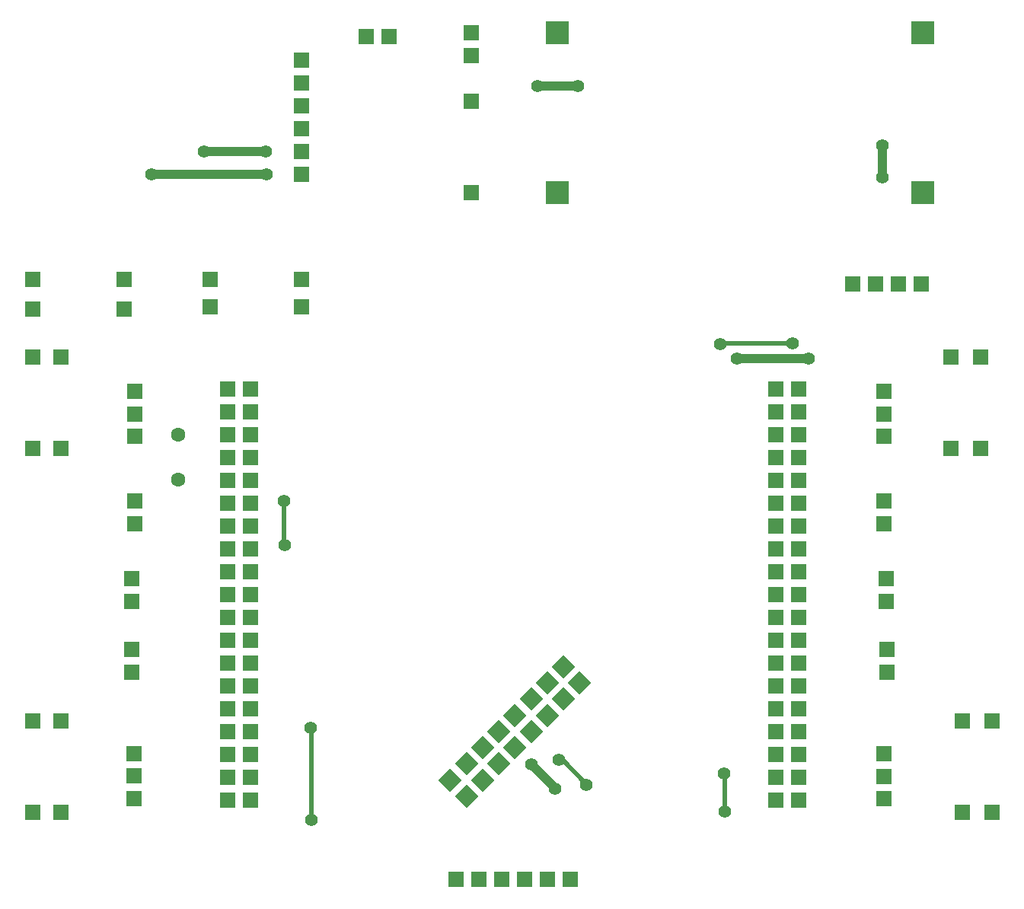
<source format=gbr>
%TF.GenerationSoftware,KiCad,Pcbnew,6.0.2+dfsg-1*%
%TF.CreationDate,2023-11-29T12:07:55-03:00*%
%TF.ProjectId,ProyectoFinal,50726f79-6563-4746-9f46-696e616c2e6b,rev?*%
%TF.SameCoordinates,Original*%
%TF.FileFunction,Copper,L2,Bot*%
%TF.FilePolarity,Positive*%
%FSLAX46Y46*%
G04 Gerber Fmt 4.6, Leading zero omitted, Abs format (unit mm)*
G04 Created by KiCad (PCBNEW 6.0.2+dfsg-1) date 2023-11-29 12:07:55*
%MOMM*%
%LPD*%
G01*
G04 APERTURE LIST*
G04 Aperture macros list*
%AMRotRect*
0 Rectangle, with rotation*
0 The origin of the aperture is its center*
0 $1 length*
0 $2 width*
0 $3 Rotation angle, in degrees counterclockwise*
0 Add horizontal line*
21,1,$1,$2,0,0,$3*%
G04 Aperture macros list end*
%TA.AperFunction,ComponentPad*%
%ADD10R,1.800000X1.800000*%
%TD*%
%TA.AperFunction,ComponentPad*%
%ADD11R,1.700000X1.700000*%
%TD*%
%TA.AperFunction,ComponentPad*%
%ADD12RotRect,1.800000X1.800000X315.000000*%
%TD*%
%TA.AperFunction,ComponentPad*%
%ADD13R,2.540000X2.540000*%
%TD*%
%TA.AperFunction,ComponentPad*%
%ADD14C,1.600000*%
%TD*%
%TA.AperFunction,ViaPad*%
%ADD15C,1.400000*%
%TD*%
%TA.AperFunction,Conductor*%
%ADD16C,1.000000*%
%TD*%
%TA.AperFunction,Conductor*%
%ADD17C,0.500000*%
%TD*%
G04 APERTURE END LIST*
D10*
%TO.P,J12,1,Pin_1*%
%TO.N,Net-(J12-Pad1)*%
X218422526Y-119560000D03*
%TO.P,J12,2,Pin_2*%
%TO.N,GND*%
X220922526Y-119560000D03*
%TD*%
%TO.P,D1,1,K*%
%TO.N,GND*%
X230104526Y-119120000D03*
%TO.P,D1,2,A*%
%TO.N,Net-(D1-Pad2)*%
X230104526Y-121660000D03*
%TD*%
%TO.P,R9,2*%
%TO.N,Net-(D1-Pad2)*%
X230104526Y-126740000D03*
%TO.P,R9,1*%
%TO.N,+12V*%
X230104526Y-136900000D03*
%TD*%
%TO.P,R6,1*%
%TO.N,+5V*%
X284678716Y-205807000D03*
%TO.P,R6,2*%
%TO.N,MOTOR4_ENCODER*%
X284678716Y-195647000D03*
%TD*%
%TO.P,R8,1*%
%TO.N,+5V*%
X287980716Y-205807000D03*
%TO.P,R8,2*%
%TO.N,Net-(J6-Pad3)*%
X287980716Y-195647000D03*
%TD*%
D11*
%TO.P,J10,1,Pin_1*%
%TO.N,MOTOR4_PWMN*%
X276296716Y-187706000D03*
%TO.P,J10,2,Pin_2*%
%TO.N,MOTOR4_PWM*%
X276296716Y-190246000D03*
%TD*%
%TO.P,J7,1,Pin_1*%
%TO.N,MOTOR1_PWMN*%
X276250716Y-179827000D03*
%TO.P,J7,2,Pin_2*%
%TO.N,MOTOR1_PWM*%
X276250716Y-182367000D03*
%TD*%
D10*
%TO.P,J1,1,Pin_1*%
%TO.N,GND*%
X275996716Y-171216000D03*
%TO.P,J1,2,Pin_2*%
%TO.N,+12V*%
X275996716Y-173716000D03*
%TD*%
%TO.P,R1,1*%
%TO.N,+5V*%
X286710716Y-155194000D03*
%TO.P,R1,2*%
%TO.N,MOTOR1_ENCODER*%
X286710716Y-165354000D03*
%TD*%
D11*
%TO.P,J16,1,Pin_1*%
%TO.N,+3V3*%
X280096716Y-147041000D03*
%TO.P,J16,2,Pin_2*%
%TO.N,SWCLK*%
X277556716Y-147041000D03*
%TO.P,J16,3,Pin_3*%
%TO.N,GND*%
X275016716Y-147041000D03*
%TO.P,J16,4,Pin_4*%
%TO.N,SWDIO*%
X272476716Y-147041000D03*
%TD*%
D10*
%TO.P,R11,1*%
%TO.N,Vbat*%
X201025516Y-149606000D03*
%TO.P,R11,2*%
%TO.N,GND*%
X211185516Y-149606000D03*
%TD*%
%TO.P,R10,1*%
%TO.N,Net-(R10-Pad1)*%
X211185516Y-146558000D03*
%TO.P,R10,2*%
%TO.N,Vbat*%
X201025516Y-146558000D03*
%TD*%
%TO.P,R13,1*%
%TO.N,+5V*%
X181300716Y-146558000D03*
%TO.P,R13,2*%
%TO.N,I2C_SDA*%
X191460716Y-146558000D03*
%TD*%
%TO.P,R12,1*%
%TO.N,+5V*%
X181300716Y-149860000D03*
%TO.P,R12,2*%
%TO.N,I2C_SCL*%
X191460716Y-149860000D03*
%TD*%
%TO.P,R7,1*%
%TO.N,+5V*%
X181300716Y-155194000D03*
%TO.P,R7,2*%
%TO.N,Net-(J5-Pad3)*%
X181300716Y-165354000D03*
%TD*%
%TO.P,R5,1*%
%TO.N,+5V*%
X184450316Y-155194000D03*
%TO.P,R5,2*%
%TO.N,MOTOR2_ENCODER*%
X184450316Y-165354000D03*
%TD*%
%TO.P,J5,1,Pin_1*%
%TO.N,MOTOR2_ENCODER*%
X192649716Y-164024000D03*
%TO.P,J5,2,Pin_2*%
%TO.N,GND*%
X192649716Y-161524000D03*
%TO.P,J5,3,Pin_3*%
%TO.N,Net-(J5-Pad3)*%
X192649716Y-159024000D03*
%TD*%
%TO.P,J4,1,Pin_1*%
%TO.N,+12V*%
X192649716Y-173716000D03*
%TO.P,J4,2,Pin_2*%
%TO.N,GND*%
X192649716Y-171216000D03*
%TD*%
D11*
%TO.P,J8,1,Pin_1*%
%TO.N,MOTOR2_PWMN*%
X192349716Y-182377000D03*
%TO.P,J8,2,Pin_2*%
%TO.N,MOTOR2_PWM*%
X192349716Y-179837000D03*
%TD*%
%TO.P,J9,2,Pin_2*%
%TO.N,MOTOR3_PWM*%
X192322526Y-187716000D03*
%TO.P,J9,1,Pin_1*%
%TO.N,MOTOR3_PWMN*%
X192322526Y-190256000D03*
%TD*%
D10*
%TO.P,R2,1*%
%TO.N,+5V*%
X181300716Y-205807000D03*
%TO.P,R2,2*%
%TO.N,MOTOR3_ENCODER*%
X181300716Y-195647000D03*
%TD*%
%TO.P,R4,1*%
%TO.N,+5V*%
X184450316Y-205807000D03*
%TO.P,R4,2*%
%TO.N,Net-(J3-Pad3)*%
X184450316Y-195647000D03*
%TD*%
%TO.P,J3,3,Pin_3*%
%TO.N,Net-(J3-Pad3)*%
X192622526Y-199300000D03*
%TO.P,J3,2,Pin_2*%
%TO.N,GND*%
X192622526Y-201800000D03*
%TO.P,J3,1,Pin_1*%
%TO.N,MOTOR3_ENCODER*%
X192622526Y-204300000D03*
%TD*%
%TO.P,J15,1,Pin_1*%
%TO.N,GND*%
X241115621Y-213278000D03*
%TO.P,J15,2,Pin_2*%
%TO.N,unconnected-(J15-Pad2)*%
X238575621Y-213278000D03*
%TO.P,J15,3,Pin_3*%
%TO.N,unconnected-(J15-Pad3)*%
X236035621Y-213278000D03*
%TO.P,J15,4,Pin_4*%
%TO.N,UART_TX*%
X233495621Y-213278000D03*
%TO.P,J15,5,Pin_5*%
%TO.N,UART_RX*%
X230955621Y-213278000D03*
%TO.P,J15,6,Pin_6*%
%TO.N,unconnected-(J15-Pad6)*%
X228415621Y-213278000D03*
%TD*%
%TO.P,J6,1,Pin_1*%
%TO.N,MOTOR4_ENCODER*%
X275950716Y-199343000D03*
%TO.P,J6,2,Pin_2*%
%TO.N,GND*%
X275950716Y-201843000D03*
%TO.P,J6,3,Pin_3*%
%TO.N,Net-(J6-Pad3)*%
X275950716Y-204343000D03*
%TD*%
D12*
%TO.P,J14,1,Pin_1*%
%TO.N,unconnected-(J14-Pad1)*%
X240339438Y-189665795D03*
%TO.P,J14,2,Pin_2*%
%TO.N,unconnected-(J14-Pad2)*%
X242135489Y-191461847D03*
%TO.P,J14,3,Pin_3*%
%TO.N,SPI_SCLK*%
X238543386Y-191461847D03*
%TO.P,J14,4,Pin_4*%
%TO.N,SPI_MISO*%
X240339438Y-193257898D03*
%TO.P,J14,5,Pin_5*%
%TO.N,SPI_MOSI*%
X236747335Y-193257898D03*
%TO.P,J14,6,Pin_6*%
%TO.N,GND*%
X238543386Y-195053949D03*
%TO.P,J14,7,Pin_7*%
%TO.N,unconnected-(J14-Pad7)*%
X234951284Y-195053949D03*
%TO.P,J14,8,Pin_8*%
%TO.N,unconnected-(J14-Pad8)*%
X236747335Y-196850000D03*
%TO.P,J14,9,Pin_9*%
%TO.N,unconnected-(J14-Pad9)*%
X233155233Y-196850000D03*
%TO.P,J14,10,Pin_10*%
%TO.N,+5V*%
X234951284Y-198646051D03*
%TO.P,J14,11,Pin_11*%
X231359182Y-198646051D03*
%TO.P,J14,12,Pin_12*%
%TO.N,GND*%
X233155233Y-200442103D03*
%TO.P,J14,13,Pin_13*%
X229563130Y-200442103D03*
%TO.P,J14,14,Pin_14*%
%TO.N,unconnected-(J14-Pad14)*%
X231359182Y-202238154D03*
%TO.P,J14,15,Pin_15*%
%TO.N,unconnected-(J14-Pad15)*%
X227767079Y-202238154D03*
%TO.P,J14,16,Pin_16*%
%TO.N,unconnected-(J14-Pad16)*%
X229563130Y-204034205D03*
%TD*%
D10*
%TO.P,U1,1,Vcc*%
%TO.N,+5V*%
X211185516Y-122174000D03*
%TO.P,U1,2,GND*%
%TO.N,GND*%
X211185516Y-124714000D03*
%TO.P,U1,3,SCL*%
%TO.N,I2C_SCL*%
X211185516Y-127254000D03*
%TO.P,U1,4,SDA*%
%TO.N,I2C_SDA*%
X211185516Y-129794000D03*
%TO.P,U1,5,Vin-*%
%TO.N,+12V*%
X211185516Y-132334000D03*
%TO.P,U1,6,Vin+*%
%TO.N,Net-(R10-Pad1)*%
X211185516Y-134874000D03*
%TD*%
D13*
%TO.P,U2,1,IN+*%
%TO.N,+12V*%
X239629526Y-136900000D03*
%TO.P,U2,2,IN-*%
%TO.N,GND*%
X239629526Y-119120000D03*
%TO.P,U2,3,OUT+*%
%TO.N,+5V*%
X280269526Y-136900000D03*
%TO.P,U2,4,OUT-*%
%TO.N,GND*%
X280269526Y-119120000D03*
%TD*%
D10*
%TO.P,R3,1*%
%TO.N,+5V*%
X283408716Y-155194000D03*
%TO.P,R3,2*%
%TO.N,Net-(J2-Pad3)*%
X283408716Y-165354000D03*
%TD*%
%TO.P,J2,1,Pin_1*%
%TO.N,MOTOR1_ENCODER*%
X275996716Y-159024000D03*
%TO.P,J2,2,Pin_2*%
%TO.N,GND*%
X275996716Y-161524000D03*
%TO.P,J2,3,Pin_3*%
%TO.N,Net-(J2-Pad3)*%
X275996716Y-164024000D03*
%TD*%
%TO.P,U3,1,PC10*%
%TO.N,MOTOR1_PWMN*%
X266462716Y-158750000D03*
%TO.P,U3,2,PC11*%
%TO.N,MOTOR1_ENCODER*%
X263922716Y-158750000D03*
%TO.P,U3,3,PC12*%
%TO.N,unconnected-(U3-Pad3)*%
X266462716Y-161290000D03*
%TO.P,U3,4,PD2*%
%TO.N,unconnected-(U3-Pad4)*%
X263922716Y-161290000D03*
%TO.P,U3,5,VDD*%
%TO.N,unconnected-(U3-Pad5)*%
X266462716Y-163830000D03*
%TO.P,U3,6,E5V*%
%TO.N,+5V*%
X263922716Y-163830000D03*
%TO.P,U3,7,BOOT0*%
%TO.N,unconnected-(U3-Pad7)*%
X266462716Y-166370000D03*
%TO.P,U3,8,GND*%
%TO.N,unconnected-(U3-Pad8)*%
X263922716Y-166370000D03*
%TO.P,U3,9,NC*%
%TO.N,unconnected-(U3-Pad9)*%
X266462716Y-168910000D03*
%TO.P,U3,10,NC*%
%TO.N,unconnected-(U3-Pad10)*%
X263922716Y-168910000D03*
%TO.P,U3,11,NC*%
%TO.N,unconnected-(U3-Pad11)*%
X266462716Y-171450000D03*
%TO.P,U3,12,IOREF*%
%TO.N,unconnected-(U3-Pad12)*%
X263922716Y-171450000D03*
%TO.P,U3,13,PA13*%
%TO.N,SWDIO*%
X266462716Y-173990000D03*
%TO.P,U3,14,RESET*%
%TO.N,unconnected-(U3-Pad14)*%
X263922716Y-173990000D03*
%TO.P,U3,15,PA14*%
%TO.N,SWCLK*%
X266462716Y-176530000D03*
%TO.P,U3,16,+3V3*%
%TO.N,+3V3*%
X263922716Y-176530000D03*
%TO.P,U3,17,PA15*%
%TO.N,MOTOR1_PWM*%
X266462716Y-179070000D03*
%TO.P,U3,18,+5V*%
%TO.N,+5V*%
X263922716Y-179070000D03*
%TO.P,U3,19,GND*%
%TO.N,GND*%
X266462716Y-181610000D03*
%TO.P,U3,20,GND*%
X263922716Y-181610000D03*
%TO.P,U3,21,PB7*%
%TO.N,unconnected-(U3-Pad21)*%
X266462716Y-184150000D03*
%TO.P,U3,22,GND*%
%TO.N,GND*%
X263922716Y-184150000D03*
%TO.P,U3,23,PC13*%
%TO.N,unconnected-(U3-Pad23)*%
X266462716Y-186690000D03*
%TO.P,U3,24,VIN*%
%TO.N,unconnected-(U3-Pad24)*%
X263922716Y-186690000D03*
%TO.P,U3,25,PC14*%
%TO.N,unconnected-(U3-Pad25)*%
X266462716Y-189230000D03*
%TO.P,U3,26,NC*%
%TO.N,unconnected-(U3-Pad26)*%
X263922716Y-189230000D03*
%TO.P,U3,27,PC15*%
%TO.N,MOTOR4_ENCODER*%
X266462716Y-191770000D03*
%TO.P,U3,28,PA0*%
%TO.N,unconnected-(U3-Pad28)*%
X263922716Y-191770000D03*
%TO.P,U3,29,PF0*%
%TO.N,unconnected-(U3-Pad29)*%
X266462716Y-194310000D03*
%TO.P,U3,30,PA1*%
%TO.N,MOTOR3_PWMN*%
X263922716Y-194310000D03*
%TO.P,U3,31,PF1*%
%TO.N,unconnected-(U3-Pad31)*%
X266462716Y-196850000D03*
%TO.P,U3,32,PA4*%
%TO.N,unconnected-(U3-Pad32)*%
X263922716Y-196850000D03*
%TO.P,U3,33,VBAT*%
%TO.N,unconnected-(U3-Pad33)*%
X266462716Y-199390000D03*
%TO.P,U3,34,PB0*%
%TO.N,unconnected-(U3-Pad34)*%
X263922716Y-199390000D03*
%TO.P,U3,35,PC2*%
%TO.N,unconnected-(U3-Pad35)*%
X266462716Y-201930000D03*
%TO.P,U3,36,PC1*%
%TO.N,unconnected-(U3-Pad36)*%
X263922716Y-201930000D03*
%TO.P,U3,37,PC3*%
%TO.N,unconnected-(U3-Pad37)*%
X266462716Y-204470000D03*
%TO.P,U3,38,PC0*%
%TO.N,MOTOR4_PWM*%
X263922716Y-204470000D03*
%TO.P,U3,39,PC9*%
%TO.N,unconnected-(U3-Pad39)*%
X205502716Y-158750000D03*
%TO.P,U3,40,PC8*%
%TO.N,MOTOR2_ENCODER*%
X202962716Y-158750000D03*
%TO.P,U3,41,PB8*%
%TO.N,I2C_SCL*%
X205502716Y-161290000D03*
%TO.P,U3,42,PC6*%
%TO.N,MOTOR3_ENCODER*%
X202962716Y-161290000D03*
%TO.P,U3,43,PB9*%
%TO.N,I2C_SDA*%
X205502716Y-163830000D03*
%TO.P,U3,44,PC5*%
%TO.N,Vbat*%
X202962716Y-163830000D03*
%TO.P,U3,45,AVDD*%
%TO.N,unconnected-(U3-Pad45)*%
X205502716Y-166370000D03*
%TO.P,U3,46,U5V*%
%TO.N,unconnected-(U3-Pad46)*%
X202962716Y-166370000D03*
%TO.P,U3,47,GND*%
%TO.N,GND*%
X205502716Y-168910000D03*
%TO.P,U3,48,NC*%
%TO.N,unconnected-(U3-Pad48)*%
X202962716Y-168910000D03*
%TO.P,U3,49,PA5*%
%TO.N,SPI_SCLK*%
X205502716Y-171450000D03*
%TO.P,U3,50,PA12*%
%TO.N,MOTOR2_PWM*%
X202962716Y-171450000D03*
%TO.P,U3,51,PA6*%
%TO.N,SPI_MISO*%
X205502716Y-173990000D03*
%TO.P,U3,52,PA11*%
%TO.N,unconnected-(U3-Pad52)*%
X202962716Y-173990000D03*
%TO.P,U3,53,PA7*%
%TO.N,SPI_MOSI*%
X205502716Y-176530000D03*
%TO.P,U3,54,PB12*%
%TO.N,unconnected-(U3-Pad54)*%
X202962716Y-176530000D03*
%TO.P,U3,55,PB6*%
%TO.N,MOTOR2_PWMN*%
X205502716Y-179070000D03*
%TO.P,U3,56,PB11*%
%TO.N,unconnected-(U3-Pad56)*%
X202962716Y-179070000D03*
%TO.P,U3,57,PC7*%
%TO.N,unconnected-(U3-Pad57)*%
X205502716Y-181610000D03*
%TO.P,U3,58,GND*%
%TO.N,unconnected-(U3-Pad58)*%
X202962716Y-181610000D03*
%TO.P,U3,59,PA9*%
%TO.N,unconnected-(U3-Pad59)*%
X205502716Y-184150000D03*
%TO.P,U3,60,PB2*%
%TO.N,unconnected-(U3-Pad60)*%
X202962716Y-184150000D03*
%TO.P,U3,61,PA8*%
%TO.N,unconnected-(U3-Pad61)*%
X205502716Y-186690000D03*
%TO.P,U3,62,PB1*%
%TO.N,unconnected-(U3-Pad62)*%
X202962716Y-186690000D03*
%TO.P,U3,63,PB10*%
%TO.N,unconnected-(U3-Pad63)*%
X205502716Y-189230000D03*
%TO.P,U3,64,PB15*%
%TO.N,unconnected-(U3-Pad64)*%
X202962716Y-189230000D03*
%TO.P,U3,65,PB4*%
%TO.N,unconnected-(U3-Pad65)*%
X205502716Y-191770000D03*
%TO.P,U3,66,PB14*%
%TO.N,MOTOR3_PWM*%
X202962716Y-191770000D03*
%TO.P,U3,67,PB5*%
%TO.N,unconnected-(U3-Pad67)*%
X205502716Y-194310000D03*
%TO.P,U3,68,PB13*%
%TO.N,MOTOR4_PWMN*%
X202962716Y-194310000D03*
%TO.P,U3,69,PB3*%
%TO.N,unconnected-(U3-Pad69)*%
X205502716Y-196850000D03*
%TO.P,U3,70,AGND*%
%TO.N,unconnected-(U3-Pad70)*%
X202962716Y-196850000D03*
%TO.P,U3,71,PA10*%
%TO.N,UART_RX*%
X205502716Y-199390000D03*
%TO.P,U3,72,PC4*%
%TO.N,UART_TX*%
X202962716Y-199390000D03*
%TO.P,U3,73,PA2*%
%TO.N,unconnected-(U3-Pad73)*%
X205502716Y-201930000D03*
%TO.P,U3,74,NC*%
%TO.N,unconnected-(U3-Pad74)*%
X202962716Y-201930000D03*
%TO.P,U3,75,PA3*%
%TO.N,unconnected-(U3-Pad75)*%
X205502716Y-204470000D03*
%TO.P,U3,76,NC*%
%TO.N,unconnected-(U3-Pad76)*%
X202962716Y-204470000D03*
%TD*%
D14*
%TO.P,C1,1*%
%TO.N,Vbat*%
X197516716Y-163830000D03*
%TO.P,C1,2*%
%TO.N,GND*%
X197516716Y-168830000D03*
%TD*%
D15*
%TO.N,+5V*%
X236822526Y-200500000D03*
X239422526Y-203200000D03*
%TO.N,GND*%
X239822526Y-200000000D03*
X242922526Y-202800000D03*
X259622526Y-155400000D03*
X267622526Y-155400000D03*
%TO.N,+12V*%
X207222526Y-132334000D03*
X200350716Y-132334000D03*
%TO.N,MOTOR2_PWMN*%
X212222526Y-196400000D03*
X212288716Y-206700000D03*
%TO.N,MOTOR3_PWMN*%
X258185526Y-201549000D03*
X258312526Y-205740000D03*
%TO.N,+5V*%
X275838526Y-135232800D03*
X237422526Y-125100000D03*
X275822526Y-131700000D03*
X241922526Y-125100000D03*
%TO.N,SPI_SCLK*%
X209322526Y-176100000D03*
X209240716Y-171196000D03*
%TO.N,Net-(R10-Pad1)*%
X194522526Y-134900000D03*
X207322526Y-134900000D03*
%TO.N,+3V3*%
X257822526Y-153800000D03*
X265822526Y-153670000D03*
%TD*%
D16*
%TO.N,+5V*%
X239422526Y-203200000D02*
X239422526Y-203100000D01*
X239422526Y-203100000D02*
X236822526Y-200500000D01*
D17*
%TO.N,GND*%
X240222526Y-200000000D02*
X242922526Y-202700000D01*
X239822526Y-200000000D02*
X240222526Y-200000000D01*
X242922526Y-202700000D02*
X242922526Y-202800000D01*
%TO.N,MOTOR2_PWMN*%
X212288716Y-196466190D02*
X212222526Y-196400000D01*
X212288716Y-206700000D02*
X212288716Y-196466190D01*
%TO.N,SPI_SCLK*%
X209322526Y-176100000D02*
X209240716Y-176018190D01*
X209240716Y-176018190D02*
X209240716Y-171196000D01*
D16*
%TO.N,+12V*%
X200350716Y-132334000D02*
X207222526Y-132334000D01*
%TO.N,Net-(R10-Pad1)*%
X207322526Y-134900000D02*
X207296526Y-134874000D01*
X207296526Y-134874000D02*
X194548526Y-134874000D01*
X194548526Y-134874000D02*
X194522526Y-134900000D01*
%TO.N,+5V*%
X237449726Y-125072800D02*
X237422526Y-125100000D01*
X241922526Y-125100000D02*
X241895326Y-125072800D01*
X241895326Y-125072800D02*
X237449726Y-125072800D01*
D17*
%TO.N,+3V3*%
X257822526Y-153800000D02*
X257952526Y-153670000D01*
X257952526Y-153670000D02*
X265822526Y-153670000D01*
D16*
%TO.N,GND*%
X259622526Y-155400000D02*
X267622526Y-155400000D01*
D17*
%TO.N,MOTOR3_PWMN*%
X258185526Y-201549000D02*
X258312526Y-201676000D01*
X258312526Y-201676000D02*
X258312526Y-205740000D01*
D16*
%TO.N,+5V*%
X275838526Y-135232800D02*
X275838526Y-131676800D01*
%TD*%
M02*

</source>
